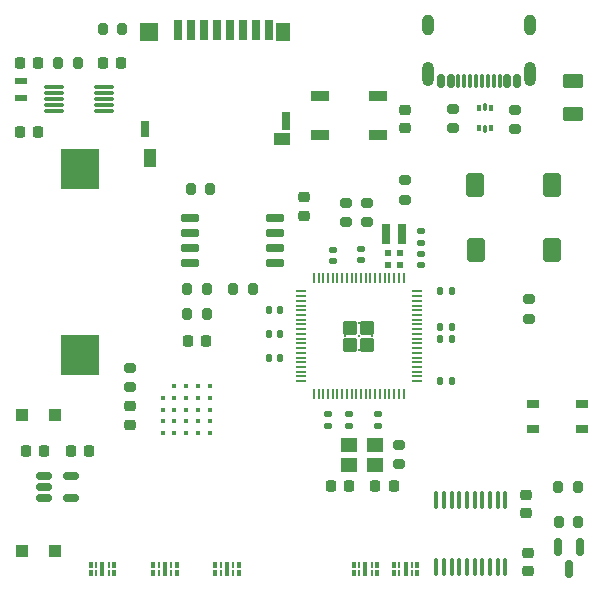
<source format=gtp>
G04 #@! TF.GenerationSoftware,KiCad,Pcbnew,9.0.3*
G04 #@! TF.CreationDate,2025-07-16T19:29:37+02:00*
G04 #@! TF.ProjectId,GameboyCartridgeV2.1,47616d65-626f-4794-9361-727472696467,rev?*
G04 #@! TF.SameCoordinates,Original*
G04 #@! TF.FileFunction,Paste,Top*
G04 #@! TF.FilePolarity,Positive*
%FSLAX46Y46*%
G04 Gerber Fmt 4.6, Leading zero omitted, Abs format (unit mm)*
G04 Created by KiCad (PCBNEW 9.0.3) date 2025-07-16 19:29:37*
%MOMM*%
%LPD*%
G01*
G04 APERTURE LIST*
G04 Aperture macros list*
%AMRoundRect*
0 Rectangle with rounded corners*
0 $1 Rounding radius*
0 $2 $3 $4 $5 $6 $7 $8 $9 X,Y pos of 4 corners*
0 Add a 4 corners polygon primitive as box body*
4,1,4,$2,$3,$4,$5,$6,$7,$8,$9,$2,$3,0*
0 Add four circle primitives for the rounded corners*
1,1,$1+$1,$2,$3*
1,1,$1+$1,$4,$5*
1,1,$1+$1,$6,$7*
1,1,$1+$1,$8,$9*
0 Add four rect primitives between the rounded corners*
20,1,$1+$1,$2,$3,$4,$5,0*
20,1,$1+$1,$4,$5,$6,$7,0*
20,1,$1+$1,$6,$7,$8,$9,0*
20,1,$1+$1,$8,$9,$2,$3,0*%
G04 Aperture macros list end*
%ADD10RoundRect,0.140000X0.140000X0.170000X-0.140000X0.170000X-0.140000X-0.170000X0.140000X-0.170000X0*%
%ADD11RoundRect,0.200000X-0.275000X0.200000X-0.275000X-0.200000X0.275000X-0.200000X0.275000X0.200000X0*%
%ADD12RoundRect,0.225000X0.250000X-0.225000X0.250000X0.225000X-0.250000X0.225000X-0.250000X-0.225000X0*%
%ADD13R,1.100000X0.600000*%
%ADD14RoundRect,0.200000X-0.200000X-0.275000X0.200000X-0.275000X0.200000X0.275000X-0.200000X0.275000X0*%
%ADD15RoundRect,0.200000X0.275000X-0.200000X0.275000X0.200000X-0.275000X0.200000X-0.275000X-0.200000X0*%
%ADD16RoundRect,0.135000X-0.185000X0.135000X-0.185000X-0.135000X0.185000X-0.135000X0.185000X0.135000X0*%
%ADD17R,1.050000X0.650000*%
%ADD18RoundRect,0.150000X-0.512500X-0.150000X0.512500X-0.150000X0.512500X0.150000X-0.512500X0.150000X0*%
%ADD19RoundRect,0.140000X-0.140000X-0.170000X0.140000X-0.170000X0.140000X0.170000X-0.140000X0.170000X0*%
%ADD20RoundRect,0.200000X0.200000X0.275000X-0.200000X0.275000X-0.200000X-0.275000X0.200000X-0.275000X0*%
%ADD21C,0.410000*%
%ADD22R,0.700000X1.700000*%
%ADD23RoundRect,0.225000X-0.250000X0.225000X-0.250000X-0.225000X0.250000X-0.225000X0.250000X0.225000X0*%
%ADD24R,0.470000X0.530000*%
%ADD25RoundRect,0.140000X0.170000X-0.140000X0.170000X0.140000X-0.170000X0.140000X-0.170000X-0.140000X0*%
%ADD26RoundRect,0.225000X-0.225000X-0.250000X0.225000X-0.250000X0.225000X0.250000X-0.225000X0.250000X0*%
%ADD27RoundRect,0.140000X-0.170000X0.140000X-0.170000X-0.140000X0.170000X-0.140000X0.170000X0.140000X0*%
%ADD28RoundRect,0.250000X-0.500000X-0.750000X0.500000X-0.750000X0.500000X0.750000X-0.500000X0.750000X0*%
%ADD29RoundRect,0.250000X0.300000X0.300000X-0.300000X0.300000X-0.300000X-0.300000X0.300000X-0.300000X0*%
%ADD30RoundRect,0.093750X0.093750X-0.156250X0.093750X0.156250X-0.093750X0.156250X-0.093750X-0.156250X0*%
%ADD31RoundRect,0.075000X0.075000X-0.250000X0.075000X0.250000X-0.075000X0.250000X-0.075000X-0.250000X0*%
%ADD32RoundRect,0.250000X0.625000X-0.375000X0.625000X0.375000X-0.625000X0.375000X-0.625000X-0.375000X0*%
%ADD33RoundRect,0.225000X0.225000X0.250000X-0.225000X0.250000X-0.225000X-0.250000X0.225000X-0.250000X0*%
%ADD34RoundRect,0.150000X-0.150000X0.587500X-0.150000X-0.587500X0.150000X-0.587500X0.150000X0.587500X0*%
%ADD35R,0.700000X1.750000*%
%ADD36R,1.450000X1.000000*%
%ADD37R,1.000000X1.550000*%
%ADD38R,0.800000X1.500000*%
%ADD39R,1.300000X1.500000*%
%ADD40R,1.500000X1.500000*%
%ADD41R,0.800000X1.400000*%
%ADD42R,1.500000X0.900000*%
%ADD43RoundRect,0.100000X-0.100000X0.637500X-0.100000X-0.637500X0.100000X-0.637500X0.100000X0.637500X0*%
%ADD44R,1.400000X1.200000*%
%ADD45R,0.300000X0.480000*%
%ADD46R,0.250000X0.480000*%
%ADD47R,0.400000X1.200000*%
%ADD48R,3.300000X3.500000*%
%ADD49RoundRect,0.150000X-0.650000X-0.150000X0.650000X-0.150000X0.650000X0.150000X-0.650000X0.150000X0*%
%ADD50RoundRect,0.150000X0.150000X0.425000X-0.150000X0.425000X-0.150000X-0.425000X0.150000X-0.425000X0*%
%ADD51RoundRect,0.075000X0.075000X0.500000X-0.075000X0.500000X-0.075000X-0.500000X0.075000X-0.500000X0*%
%ADD52O,1.000000X2.100000*%
%ADD53O,1.000000X1.800000*%
%ADD54RoundRect,0.087500X-0.725000X-0.087500X0.725000X-0.087500X0.725000X0.087500X-0.725000X0.087500X0*%
%ADD55RoundRect,0.250000X-0.350000X-0.350000X0.350000X-0.350000X0.350000X0.350000X-0.350000X0.350000X0*%
%ADD56RoundRect,0.055000X0.335000X-0.055000X0.335000X0.055000X-0.335000X0.055000X-0.335000X-0.055000X0*%
%ADD57RoundRect,0.055000X-0.055000X-0.335000X0.055000X-0.335000X0.055000X0.335000X-0.055000X0.335000X0*%
%ADD58R,0.133333X0.133333*%
G04 APERTURE END LIST*
D10*
X137980000Y-90600000D03*
X137020000Y-90600000D03*
D11*
X157810000Y-71615000D03*
X157810000Y-73265000D03*
D12*
X158900000Y-110675000D03*
X158900000Y-109125000D03*
D13*
X116000000Y-69200000D03*
X116000000Y-70600000D03*
D14*
X161555000Y-106530000D03*
X163205000Y-106530000D03*
D15*
X143500000Y-81125000D03*
X143500000Y-79475000D03*
D16*
X149900000Y-81890000D03*
X149900000Y-82910000D03*
D17*
X159350000Y-96500000D03*
X163500000Y-96500000D03*
X159350000Y-98650000D03*
X163500000Y-98650000D03*
D18*
X117962500Y-102600000D03*
X117962500Y-103550000D03*
X117962500Y-104500000D03*
X120237500Y-104500000D03*
X120237500Y-102600000D03*
D19*
X151520000Y-87000000D03*
X152480000Y-87000000D03*
D20*
X135625000Y-86800000D03*
X133975000Y-86800000D03*
D19*
X151520000Y-94600000D03*
X152480000Y-94600000D03*
D21*
X129000000Y-95000000D03*
X130000000Y-95000000D03*
X131000000Y-95000000D03*
X132000000Y-95000000D03*
X128000000Y-96000000D03*
X129000000Y-96000000D03*
X130000000Y-96000000D03*
X131000000Y-96000000D03*
X132000000Y-96000000D03*
X128000000Y-97000000D03*
X129000000Y-97000000D03*
X130000000Y-97000000D03*
X131000000Y-97000000D03*
X132000000Y-97000000D03*
X128000000Y-98000000D03*
X129000000Y-98000000D03*
X130000000Y-98000000D03*
X131000000Y-98000000D03*
X132000000Y-98000000D03*
X128000000Y-99000000D03*
X129000000Y-99000000D03*
X130000000Y-99000000D03*
X131000000Y-99000000D03*
X132000000Y-99000000D03*
D22*
X146900000Y-82108211D03*
X148300000Y-82108211D03*
D23*
X125200000Y-96725000D03*
X125200000Y-98275000D03*
D15*
X145300000Y-81125000D03*
X145300000Y-79475000D03*
D11*
X125200000Y-93475000D03*
X125200000Y-95125000D03*
D19*
X151520000Y-90000000D03*
X152480000Y-90000000D03*
D24*
X147080598Y-84730388D03*
X148110598Y-84730388D03*
D25*
X142400000Y-84460000D03*
X142400000Y-83500000D03*
D26*
X146025000Y-103500000D03*
X147575000Y-103500000D03*
D27*
X143800000Y-97420000D03*
X143800000Y-98380000D03*
X149900000Y-83820000D03*
X149900000Y-84780000D03*
D20*
X131725000Y-86800000D03*
X130075000Y-86800000D03*
D26*
X142250000Y-103500000D03*
X143800000Y-103500000D03*
X115925000Y-67700000D03*
X117475000Y-67700000D03*
D28*
X154451954Y-78026218D03*
X160951954Y-78026218D03*
X154495638Y-83523065D03*
X160951954Y-83526218D03*
D29*
X118900000Y-109000000D03*
X116100000Y-109000000D03*
D23*
X158800000Y-104225000D03*
X158800000Y-105775000D03*
D25*
X144800000Y-84380000D03*
X144800000Y-83420000D03*
D23*
X148550000Y-71625000D03*
X148550000Y-73175000D03*
D30*
X154762500Y-73160000D03*
D31*
X155300000Y-73235000D03*
D30*
X155837500Y-73160000D03*
X155837500Y-71460000D03*
D31*
X155300000Y-71385000D03*
D30*
X154762500Y-71460000D03*
D11*
X148000000Y-99975000D03*
X148000000Y-101625000D03*
D32*
X162790000Y-71990000D03*
X162790000Y-69190000D03*
D26*
X130125000Y-91212500D03*
X131675000Y-91212500D03*
D33*
X117475000Y-73500000D03*
X115925000Y-73500000D03*
D34*
X163362500Y-108642500D03*
X161462500Y-108642500D03*
X162412500Y-110517500D03*
D15*
X159000000Y-89325000D03*
X159000000Y-87675000D03*
D20*
X131725000Y-88900000D03*
X130075000Y-88900000D03*
D35*
X129305000Y-64875000D03*
X130405000Y-64875000D03*
X131505000Y-64875000D03*
X132605000Y-64875000D03*
X133705000Y-64875000D03*
X134805000Y-64875000D03*
X135905000Y-64875000D03*
X137005000Y-64875000D03*
D36*
X138130000Y-74100000D03*
D37*
X126905000Y-75675000D03*
D38*
X138455000Y-72600000D03*
D39*
X138205000Y-65000000D03*
D40*
X126855000Y-65000000D03*
D41*
X126505000Y-73250000D03*
D42*
X146250000Y-73750000D03*
X146250000Y-70450000D03*
X141350000Y-70450000D03*
X141350000Y-73750000D03*
D20*
X132025000Y-78300000D03*
X130375000Y-78300000D03*
D43*
X157025000Y-104637500D03*
X156375000Y-104637500D03*
X155725000Y-104637500D03*
X155075000Y-104637500D03*
X154425000Y-104637500D03*
X153775000Y-104637500D03*
X153125000Y-104637500D03*
X152475000Y-104637500D03*
X151825000Y-104637500D03*
X151175000Y-104637500D03*
X151175000Y-110362500D03*
X151825000Y-110362500D03*
X152475000Y-110362500D03*
X153125000Y-110362500D03*
X153775000Y-110362500D03*
X154425000Y-110362500D03*
X155075000Y-110362500D03*
X155725000Y-110362500D03*
X156375000Y-110362500D03*
X157025000Y-110362500D03*
D44*
X146000000Y-100000000D03*
X143800000Y-100000000D03*
X143800000Y-101700000D03*
X146000000Y-101700000D03*
D14*
X119175000Y-67700000D03*
X120825000Y-67700000D03*
D19*
X151520000Y-91000000D03*
X152480000Y-91000000D03*
D33*
X124475000Y-67700000D03*
X122925000Y-67700000D03*
D11*
X152580000Y-71545000D03*
X152580000Y-73195000D03*
D45*
X147575000Y-110860000D03*
D46*
X148050000Y-110860000D03*
D47*
X148575000Y-110500000D03*
D46*
X149100000Y-110860000D03*
D45*
X149575000Y-110860000D03*
X149575000Y-110140000D03*
D46*
X149100000Y-110140000D03*
X148050000Y-110140000D03*
D45*
X147575000Y-110140000D03*
D10*
X137980000Y-92600000D03*
X137020000Y-92600000D03*
D27*
X142000000Y-97420000D03*
X142000000Y-98380000D03*
D20*
X124585000Y-64800000D03*
X122935000Y-64800000D03*
D48*
X121000000Y-76600000D03*
X121000000Y-92400000D03*
D14*
X161515000Y-103520000D03*
X163165000Y-103520000D03*
D49*
X130300000Y-80795000D03*
X130300000Y-82065000D03*
X130300000Y-83335000D03*
X130300000Y-84605000D03*
X137500000Y-84605000D03*
X137500000Y-83335000D03*
X137500000Y-82065000D03*
X137500000Y-80795000D03*
D50*
X158000000Y-69190000D03*
X157200000Y-69190000D03*
D51*
X156050000Y-69190000D03*
X155050000Y-69190000D03*
X154550000Y-69190000D03*
X153550000Y-69190000D03*
D50*
X152400000Y-69190000D03*
X151600000Y-69190000D03*
X151600000Y-69190000D03*
X152400000Y-69190000D03*
D51*
X153050000Y-69190000D03*
X154050000Y-69190000D03*
X155550000Y-69190000D03*
X156550000Y-69190000D03*
D50*
X157200000Y-69190000D03*
X158000000Y-69190000D03*
D52*
X159120000Y-68615000D03*
D53*
X159120000Y-64435000D03*
D52*
X150480000Y-68615000D03*
D53*
X150480000Y-64435000D03*
D10*
X137980000Y-88600000D03*
X137020000Y-88600000D03*
D26*
X116425000Y-100500000D03*
X117975000Y-100500000D03*
D29*
X118900000Y-97500000D03*
X116100000Y-97500000D03*
D27*
X146200000Y-97420000D03*
X146200000Y-98380000D03*
D45*
X127187500Y-110860000D03*
D46*
X127662500Y-110860000D03*
D47*
X128187500Y-110500000D03*
D46*
X128712500Y-110860000D03*
D45*
X129187500Y-110860000D03*
X129187500Y-110140000D03*
D46*
X128712500Y-110140000D03*
X127662500Y-110140000D03*
D45*
X127187500Y-110140000D03*
D15*
X148500000Y-79225000D03*
X148500000Y-77575000D03*
D24*
X147085257Y-83760167D03*
X148115257Y-83760167D03*
D45*
X132475000Y-110860000D03*
D46*
X132950000Y-110860000D03*
D47*
X133475000Y-110500000D03*
D46*
X134000000Y-110860000D03*
D45*
X134475000Y-110860000D03*
X134475000Y-110140000D03*
D46*
X134000000Y-110140000D03*
X132950000Y-110140000D03*
D45*
X132475000Y-110140000D03*
D54*
X118787500Y-69700000D03*
X118787500Y-70200000D03*
X118787500Y-70700000D03*
X118787500Y-71200000D03*
X118787500Y-71700000D03*
X123012500Y-71700000D03*
X123012500Y-71200000D03*
X123012500Y-70700000D03*
X123012500Y-70200000D03*
X123012500Y-69700000D03*
D45*
X121900000Y-110860000D03*
D46*
X122375000Y-110860000D03*
D47*
X122900000Y-110500000D03*
D46*
X123425000Y-110860000D03*
D45*
X123900000Y-110860000D03*
X123900000Y-110140000D03*
D46*
X123425000Y-110140000D03*
X122375000Y-110140000D03*
D45*
X121900000Y-110140000D03*
D33*
X121775000Y-100550000D03*
X120225000Y-100550000D03*
D23*
X140000000Y-79025000D03*
X140000000Y-80575000D03*
D45*
X144175000Y-110860000D03*
D46*
X144650000Y-110860000D03*
D47*
X145175000Y-110500000D03*
D46*
X145700000Y-110860000D03*
D45*
X146175000Y-110860000D03*
X146175000Y-110140000D03*
D46*
X145700000Y-110140000D03*
X144650000Y-110140000D03*
D45*
X144175000Y-110140000D03*
D55*
X143903500Y-90100000D03*
X143903500Y-91500000D03*
X145303500Y-90100000D03*
X145303500Y-91500000D03*
D56*
X139707000Y-87000000D03*
X139707000Y-87400000D03*
X139707000Y-87800000D03*
X139707000Y-88200000D03*
X139707000Y-88600000D03*
X139707000Y-89000000D03*
X139707000Y-89400000D03*
X139707000Y-89800000D03*
X139707000Y-90200000D03*
X139707000Y-90600000D03*
X139707000Y-91000000D03*
X139707000Y-91400000D03*
X139707000Y-91800000D03*
X139707000Y-92200000D03*
X139707000Y-92600000D03*
X139707000Y-93000000D03*
X139707000Y-93400000D03*
X139707000Y-93800000D03*
X139707000Y-94200000D03*
X139707000Y-94600000D03*
D57*
X140803500Y-95696500D03*
X141203500Y-95696500D03*
X141603500Y-95696500D03*
X142003500Y-95696500D03*
X142403500Y-95696500D03*
X142803500Y-95696500D03*
X143203500Y-95696500D03*
X143603500Y-95696500D03*
X144003500Y-95696500D03*
X144403500Y-95696500D03*
X144803500Y-95696500D03*
X145203500Y-95696500D03*
X145603500Y-95696500D03*
X146003500Y-95696500D03*
X146403500Y-95696500D03*
X146803500Y-95696500D03*
X147203500Y-95696500D03*
X147603500Y-95696500D03*
X148003500Y-95696500D03*
X148403500Y-95696500D03*
D56*
X149500000Y-94600000D03*
X149500000Y-94200000D03*
X149500000Y-93800000D03*
X149500000Y-93400000D03*
X149500000Y-93000000D03*
X149500000Y-92600000D03*
X149500000Y-92200000D03*
X149500000Y-91800000D03*
X149500000Y-91400000D03*
X149500000Y-91000000D03*
X149500000Y-90600000D03*
X149500000Y-90200000D03*
X149500000Y-89800000D03*
X149500000Y-89400000D03*
X149500000Y-89000000D03*
X149500000Y-88600000D03*
X149500000Y-88200000D03*
X149500000Y-87800000D03*
X149500000Y-87400000D03*
X149500000Y-87000000D03*
D57*
X148403500Y-85903500D03*
X148003500Y-85903500D03*
X147603500Y-85903500D03*
X147203500Y-85903500D03*
X146803500Y-85903500D03*
X146403500Y-85903500D03*
X146003500Y-85903500D03*
X145603500Y-85903500D03*
X145203500Y-85903500D03*
X144803500Y-85903500D03*
X144403500Y-85903500D03*
X144003500Y-85903500D03*
X143603500Y-85903500D03*
X143203500Y-85903500D03*
X142803500Y-85903500D03*
X142403500Y-85903500D03*
X142003500Y-85903500D03*
X141603500Y-85903500D03*
X141203500Y-85903500D03*
X140803500Y-85903500D03*
D58*
X143470167Y-89666667D03*
X143470167Y-90800000D03*
X143470167Y-91933333D03*
X144603500Y-89666667D03*
X144603500Y-90800000D03*
X144603500Y-91933333D03*
X145736833Y-89666667D03*
X145736833Y-90800000D03*
X145736833Y-91933333D03*
M02*

</source>
